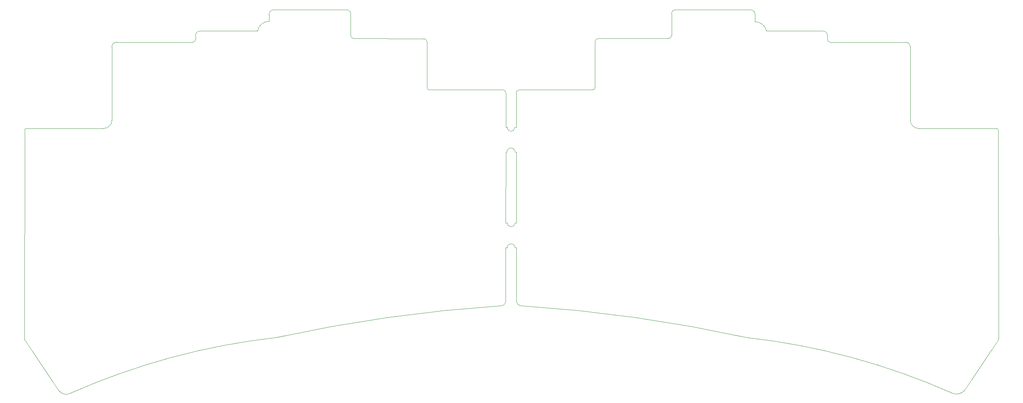
<source format=gbr>
%TF.GenerationSoftware,KiCad,Pcbnew,(6.0.5-0)*%
%TF.CreationDate,2022-07-05T16:09:48-07:00*%
%TF.ProjectId,Swept_3x5,53776570-745f-4337-9835-2e6b69636164,rev?*%
%TF.SameCoordinates,Original*%
%TF.FileFunction,Profile,NP*%
%FSLAX46Y46*%
G04 Gerber Fmt 4.6, Leading zero omitted, Abs format (unit mm)*
G04 Created by KiCad (PCBNEW (6.0.5-0)) date 2022-07-05 16:09:48*
%MOMM*%
%LPD*%
G01*
G04 APERTURE LIST*
%TA.AperFunction,Profile*%
%ADD10C,0.050000*%
%TD*%
G04 APERTURE END LIST*
D10*
X226630021Y-44426555D02*
X226630065Y-27101975D01*
X236621991Y-108844888D02*
G75*
G03*
X239357601Y-108226833I945310J2179055D01*
G01*
X226629998Y-44426556D02*
G75*
G03*
X228634411Y-46352433I1994503J69823D01*
G01*
X188009135Y-95692460D02*
G75*
G03*
X134924800Y-88213848I-76062283J-347762067D01*
G01*
X226630019Y-27101975D02*
G75*
G03*
X225557968Y-26010114I-1081918J9942D01*
G01*
X192734972Y-23377939D02*
X206032621Y-23371741D01*
X57353200Y-26009600D02*
G75*
G03*
X57988200Y-25374600I0J635000D01*
G01*
X190030800Y-19453833D02*
G75*
G03*
X188963821Y-18367941I-1076799J9100D01*
G01*
X94589609Y-19308139D02*
G75*
G03*
X93649800Y-18364200I-943909J39D01*
G01*
X131559628Y-46075367D02*
X131229801Y-46075367D01*
X133693601Y-51968167D02*
X133731000Y-68655848D01*
X133414201Y-51968167D02*
X133693601Y-51968167D01*
X57988200Y-24434800D02*
X57988200Y-25374600D01*
X112623600Y-25920700D02*
G75*
G03*
X111861600Y-25158700I-762000J0D01*
G01*
X18084800Y-46355000D02*
X36230332Y-46348917D01*
X131191000Y-68655848D02*
X131204401Y-51968167D01*
X39324498Y-26009999D02*
G75*
G03*
X38252400Y-27101800I9802J-1081901D01*
G01*
X36230332Y-46348922D02*
G75*
G03*
X38252444Y-44426380I101958J1917452D01*
G01*
X207099613Y-24432233D02*
G75*
G03*
X206032621Y-23371741I-1076812J-16400D01*
G01*
X38252400Y-27101800D02*
X38252444Y-44426380D01*
X228634411Y-46352433D02*
X247003001Y-46352433D01*
X131191000Y-87020048D02*
X131191000Y-74472448D01*
X171254786Y-18361627D02*
G75*
G03*
X170314986Y-19305572I4115J-943906D01*
G01*
X134354001Y-37261567D02*
G75*
G03*
X133668201Y-37947367I0J-685800D01*
G01*
X131546600Y-68655848D02*
X131191000Y-68655848D01*
X131433001Y-51968167D02*
X131204401Y-51968167D01*
X236622011Y-108844842D02*
G75*
G03*
X188009135Y-95692460I-66624810J-149837891D01*
G01*
X75331283Y-19558000D02*
X75336400Y-21082000D01*
X133668201Y-37947367D02*
X133668201Y-46151567D01*
X247409401Y-96263433D02*
X239357601Y-108226833D01*
X170314986Y-19305572D02*
X170314986Y-24381433D01*
X133414201Y-51968167D02*
G75*
G03*
X131433001Y-51968167I-990600J0D01*
G01*
X94589600Y-24384000D02*
X94589600Y-19308139D01*
X247429440Y-46773165D02*
G75*
G03*
X247003001Y-46352433I-420739J32D01*
G01*
X151785312Y-37259233D02*
X134354001Y-37261567D01*
X247429469Y-46773165D02*
X247460201Y-96009433D01*
X59055180Y-23374320D02*
G75*
G03*
X57988200Y-24434800I9820J-1076880D01*
G01*
X131546600Y-74472448D02*
X131191000Y-74472448D01*
X225557968Y-26010114D02*
X207734601Y-26007033D01*
X207099601Y-25372033D02*
X207099601Y-24432233D01*
X77078666Y-95695027D02*
G75*
G03*
X28465795Y-108847420I18011984J-162990303D01*
G01*
X57353200Y-26009600D02*
X39324497Y-26009939D01*
X18084800Y-46354971D02*
G75*
G03*
X17658332Y-46775732I-5700J-420729D01*
G01*
X169552986Y-25143418D02*
G75*
G03*
X170314986Y-24381433I15J761985D01*
G01*
X132461000Y-69545200D02*
G75*
G03*
X133375399Y-68655848I0J914752D01*
G01*
X59055180Y-23374308D02*
X72618600Y-23368000D01*
X133731000Y-87020048D02*
G75*
G03*
X134924800Y-88213848I1193800J0D01*
G01*
X94589600Y-24384000D02*
G75*
G03*
X95351600Y-25146000I762000J0D01*
G01*
X133668201Y-46151567D02*
X133287201Y-46151567D01*
X129997200Y-88213848D02*
G75*
G03*
X131191000Y-87020048I16200J1177600D01*
G01*
X133731000Y-74472448D02*
X133375400Y-74472448D01*
X169552986Y-25143433D02*
X152997601Y-25143433D01*
X151785310Y-37259217D02*
G75*
G03*
X152235601Y-36738533I-57509J504784D01*
G01*
X111861600Y-25158700D02*
X95351600Y-25146000D01*
X131214066Y-37949934D02*
G75*
G03*
X130528266Y-37264134I-685800J0D01*
G01*
X133731000Y-74472448D02*
X133731000Y-87020048D01*
X112623619Y-36817298D02*
G75*
G03*
X113131600Y-37261800I499481J58298D01*
G01*
X131229801Y-46075367D02*
X131214066Y-37949934D01*
X25730198Y-108229402D02*
G75*
G03*
X28465795Y-108847420I1752852J1395392D01*
G01*
X131546601Y-68655848D02*
G75*
G03*
X132461000Y-69545200I914399J25400D01*
G01*
X207099601Y-25372033D02*
G75*
G03*
X207734601Y-26007033I635000J0D01*
G01*
X133731000Y-68655848D02*
X133375400Y-68655848D01*
X130528266Y-37264134D02*
X113131600Y-37261800D01*
X75336400Y-21082044D02*
G75*
G03*
X72618600Y-23368000I15700J-2777256D01*
G01*
X152235601Y-25930833D02*
X152235601Y-36738533D01*
X152997602Y-25143456D02*
G75*
G03*
X152235601Y-25930833I25799J-787377D01*
G01*
X17627600Y-96012000D02*
G75*
G03*
X17678400Y-96266000I660400J0D01*
G01*
X131559721Y-46075372D02*
G75*
G03*
X133287201Y-46151567I863180J-50795D01*
G01*
X133375400Y-74472448D02*
G75*
G03*
X131546600Y-74472448I-914400J0D01*
G01*
X76657203Y-18338769D02*
G75*
G03*
X75331283Y-19558000I-122903J-1196931D01*
G01*
X192734972Y-23377939D02*
G75*
G03*
X190030801Y-21181033I-2729571J-597094D01*
G01*
X17627600Y-96012000D02*
X17658332Y-46775732D01*
X25730200Y-108229400D02*
X17678400Y-96266000D01*
X247409401Y-96263433D02*
G75*
G03*
X247460201Y-96009433I-609600J254000D01*
G01*
X188963821Y-18367941D02*
X171254786Y-18361633D01*
X93649800Y-18364200D02*
X76657200Y-18338800D01*
X112623600Y-36817300D02*
X112623600Y-25920700D01*
X190030801Y-21181033D02*
X190030801Y-19453833D01*
X129997200Y-88213848D02*
G75*
G03*
X77078666Y-95695027I23397246J-356403398D01*
G01*
M02*

</source>
